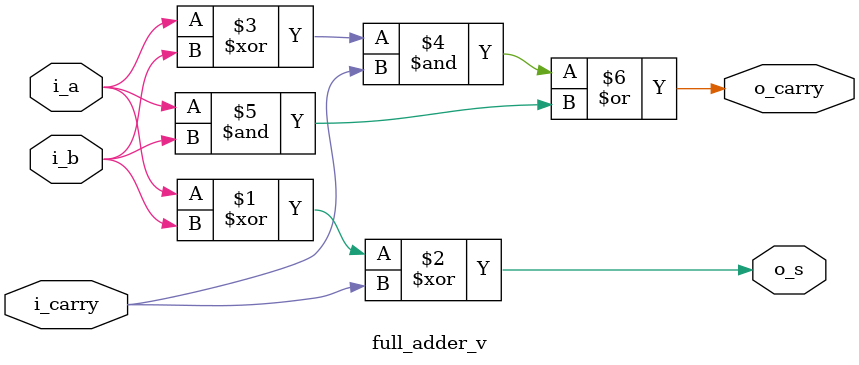
<source format=v>

module full_adder_v
  (
     input  i_a     ,
     input  i_b     ,
     input  i_carry ,
     output o_s     ,
     output o_carry
   );
 
  assign o_s     = i_a ^ i_b ^ i_carry;
  assign o_carry = ((i_a ^ i_b) & i_carry) | (i_a & i_b);
    
endmodule 




// ////////////////////////////
 // // Behavior Model
// ////////////////////////////
// module full_adder_v
  // (
     // input  i_a     ,
     // input  i_b     ,
     // input  i_carry ,
     // output o_s     ,
     // output o_carry
   // );
 
  // assign o_s     = ( (! i_a)  &  (! i_b)  &  (! i_carry) ) ?  1'b0 :
                   // ( (! i_a)  &  (! i_b)  &  (  i_carry) ) ?  1'b1 :
                   // ( (! i_a)  &  (  i_b)  &  (! i_carry) ) ?  1'b1 :
                   // ( (! i_a)  &  (  i_b)  &  (  i_carry) ) ?  1'b0 :
                   // ( (  i_a)  &  (! i_b)  &  (! i_carry) ) ?  1'b1 :
                   // ( (  i_a)  &  (! i_b)  &  (  i_carry) ) ?  1'b0 :
                   // ( (  i_a)  &  (  i_b)  &  (! i_carry) ) ?  1'b0 :
                   // ( (  i_a)  &  (  i_b)  &  (  i_carry) ) ?  1'b1 : 1'b0; 
     
     
  // assign o_carry = ! i_a & ! i_b & ! i_carry ? 1'b0:
                   // ! i_a & ! i_b &   i_carry ? 1'b0:
                   // ! i_a &   i_b & ! i_carry ? 1'b0:
                   // ! i_a &   i_b &   i_carry ? 1'b1:
                     // i_a & ! i_b & ! i_carry ? 1'b0:
                     // i_a & ! i_b &   i_carry ? 1'b1:
                     // i_a &   i_b & ! i_carry ? 1'b1:
                     // i_a &   i_b &   i_carry ? 1'b1: 1'b0;
// endmodule 



// //////////////////////////////////////////
// //  Component Model - With Half Adders
// //////////////////////////////////////////
// module full_adder_v
  // (
     // input  i_a     ,
     // input  i_b     ,
     // input  i_carry ,
     // output o_s     ,
     // output o_carry
   // );
  // wire ha_1_co, ha_1_s, ha_2_co;
  // half_adder_v ha1 (i_a     , i_b    , ha_1_s, ha_1_co);
  // half_adder_v ha2 (ha_1_s  , i_carry, o_s, ha_2_co );

  // assign o_carry = ha_1_co | ha_2_co;
// endmodule 




</source>
